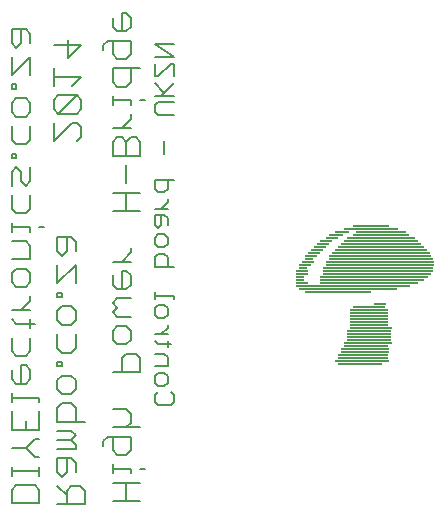
<source format=gbo>
G75*
G70*
%OFA0B0*%
%FSLAX24Y24*%
%IPPOS*%
%LPD*%
%AMOC8*
5,1,8,0,0,1.08239X$1,22.5*
%
%ADD10C,0.0080*%
%ADD11C,0.0060*%
%ADD12R,0.1500X0.0100*%
%ADD13R,0.1800X0.0100*%
%ADD14R,0.1700X0.0100*%
%ADD15R,0.1600X0.0100*%
%ADD16R,0.1400X0.0100*%
%ADD17R,0.1300X0.0100*%
%ADD18R,0.1100X0.0100*%
%ADD19R,0.0400X0.0100*%
%ADD20R,0.2200X0.0100*%
%ADD21R,0.3300X0.0100*%
%ADD22R,0.3800X0.0100*%
%ADD23R,0.0300X0.0100*%
%ADD24R,0.3500X0.0100*%
%ADD25R,0.3600X0.0100*%
%ADD26R,0.3700X0.0100*%
%ADD27R,0.3400X0.0100*%
%ADD28R,0.3100X0.0100*%
%ADD29R,0.2900X0.0100*%
%ADD30R,0.2700X0.0100*%
%ADD31R,0.2500X0.0100*%
%ADD32R,0.2300X0.0100*%
%ADD33R,0.0500X0.0100*%
%ADD34R,0.1900X0.0100*%
%ADD35R,0.1200X0.0100*%
D10*
X000912Y004306D02*
X000912Y004767D01*
X001065Y004920D01*
X001679Y004920D01*
X001833Y004767D01*
X001833Y004306D01*
X000912Y004306D01*
X000912Y005227D02*
X000912Y005534D01*
X000912Y005380D02*
X001833Y005380D01*
X001833Y005227D02*
X001833Y005534D01*
X001833Y005841D02*
X001679Y005841D01*
X001372Y006148D01*
X000912Y006148D01*
X001372Y006148D02*
X001679Y006455D01*
X001833Y006455D01*
X001833Y006762D02*
X000912Y006762D01*
X000912Y007376D01*
X000912Y007682D02*
X000912Y007989D01*
X000912Y007836D02*
X001833Y007836D01*
X001833Y007682D01*
X001833Y007376D02*
X001833Y006762D01*
X001372Y006762D02*
X001372Y007069D01*
X001372Y008296D02*
X001065Y008296D01*
X000912Y008450D01*
X000912Y008757D01*
X001219Y008910D02*
X001219Y008296D01*
X001372Y008296D02*
X001526Y008450D01*
X001526Y008757D01*
X001372Y008910D01*
X001219Y008910D01*
X001372Y009217D02*
X001065Y009217D01*
X000912Y009371D01*
X000912Y009831D01*
X001065Y010291D02*
X000912Y010445D01*
X001065Y010291D02*
X001679Y010291D01*
X001526Y010138D02*
X001526Y010445D01*
X001526Y010752D02*
X000912Y010752D01*
X001219Y010752D02*
X001526Y011059D01*
X001526Y011212D01*
X001372Y011519D02*
X001065Y011519D01*
X000912Y011673D01*
X000912Y011979D01*
X001065Y012133D01*
X001372Y012133D01*
X001526Y011979D01*
X001526Y011673D01*
X001372Y011519D01*
X001526Y012440D02*
X000912Y012440D01*
X000912Y013054D02*
X001372Y013054D01*
X001526Y012900D01*
X001526Y012440D01*
X001526Y013361D02*
X001526Y013514D01*
X000912Y013514D01*
X000912Y013361D02*
X000912Y013668D01*
X001065Y013974D02*
X000912Y014128D01*
X000912Y014588D01*
X000912Y014895D02*
X000912Y015356D01*
X001065Y015509D01*
X001219Y015356D01*
X001219Y015049D01*
X001372Y014895D01*
X001526Y015049D01*
X001526Y015509D01*
X001065Y015816D02*
X001065Y015970D01*
X000912Y015970D01*
X000912Y015816D01*
X001065Y015816D01*
X001065Y016276D02*
X000912Y016430D01*
X000912Y016890D01*
X001065Y017197D02*
X000912Y017351D01*
X000912Y017658D01*
X001065Y017811D01*
X001372Y017811D01*
X001526Y017658D01*
X001526Y017351D01*
X001372Y017197D01*
X001065Y017197D01*
X001526Y016890D02*
X001526Y016430D01*
X001372Y016276D01*
X001065Y016276D01*
X001526Y014588D02*
X001526Y014128D01*
X001372Y013974D01*
X001065Y013974D01*
X001833Y013514D02*
X001986Y013514D01*
X002432Y013173D02*
X002432Y012713D01*
X002585Y012559D01*
X002739Y012713D01*
X002739Y013173D01*
X002892Y013173D02*
X002432Y013173D01*
X002892Y013173D02*
X003046Y013020D01*
X003046Y012713D01*
X003046Y012252D02*
X002432Y011638D01*
X002432Y012252D01*
X003046Y012252D02*
X003046Y011638D01*
X002585Y011331D02*
X002585Y011178D01*
X002432Y011178D01*
X002432Y011331D01*
X002585Y011331D01*
X002585Y010871D02*
X002892Y010871D01*
X003046Y010718D01*
X003046Y010411D01*
X002892Y010257D01*
X002585Y010257D01*
X002432Y010411D01*
X002432Y010718D01*
X002585Y010871D01*
X002432Y009950D02*
X002432Y009490D01*
X002585Y009336D01*
X002892Y009336D01*
X003046Y009490D01*
X003046Y009950D01*
X002585Y009030D02*
X002432Y009030D01*
X002432Y008876D01*
X002585Y008876D01*
X002585Y009030D01*
X002585Y008569D02*
X002432Y008416D01*
X002432Y008109D01*
X002585Y007955D01*
X002892Y007955D01*
X003046Y008109D01*
X003046Y008416D01*
X002892Y008569D01*
X002585Y008569D01*
X002585Y007648D02*
X002432Y007495D01*
X002432Y007034D01*
X003353Y007034D01*
X003046Y007034D02*
X003046Y007495D01*
X002892Y007648D01*
X002585Y007648D01*
X002432Y006728D02*
X002892Y006728D01*
X003046Y006574D01*
X002892Y006421D01*
X002432Y006421D01*
X002432Y006114D02*
X003046Y006114D01*
X003046Y006267D01*
X002892Y006421D01*
X002892Y005807D02*
X002432Y005807D01*
X002432Y005346D01*
X002585Y005193D01*
X002739Y005346D01*
X002739Y005807D01*
X002892Y005807D02*
X003046Y005653D01*
X003046Y005346D01*
X003199Y004886D02*
X002892Y004886D01*
X002739Y004733D01*
X002739Y004272D01*
X002739Y004579D02*
X002432Y004886D01*
X002432Y004272D02*
X003353Y004272D01*
X003353Y004733D01*
X003199Y004886D01*
X003965Y006227D02*
X003965Y006381D01*
X004118Y006534D01*
X004886Y006534D01*
X004886Y006074D01*
X004732Y005920D01*
X004425Y005920D01*
X004272Y006074D01*
X004272Y006534D01*
X004272Y006841D02*
X005193Y006841D01*
X004886Y006995D02*
X004886Y007302D01*
X004732Y007455D01*
X004272Y007455D01*
X004732Y006841D02*
X004886Y006995D01*
X004272Y005614D02*
X004272Y005307D01*
X004272Y005460D02*
X004886Y005460D01*
X004886Y005307D01*
X005193Y005460D02*
X005346Y005460D01*
X005193Y005000D02*
X004272Y005000D01*
X004272Y004386D02*
X005193Y004386D01*
X004732Y004386D02*
X004732Y005000D01*
X004579Y008683D02*
X004579Y009143D01*
X004732Y009297D01*
X005039Y009297D01*
X005193Y009143D01*
X005193Y008683D01*
X004272Y008683D01*
X004425Y009604D02*
X004272Y009757D01*
X004272Y010064D01*
X004425Y010217D01*
X004732Y010217D01*
X004886Y010064D01*
X004886Y009757D01*
X004732Y009604D01*
X004425Y009604D01*
X004425Y010524D02*
X004272Y010678D01*
X004425Y010831D01*
X004272Y010985D01*
X004425Y011138D01*
X004886Y011138D01*
X004732Y011445D02*
X004886Y011599D01*
X004886Y011906D01*
X004732Y012059D01*
X004579Y012059D01*
X004579Y011445D01*
X004732Y011445D02*
X004425Y011445D01*
X004272Y011599D01*
X004272Y011906D01*
X004272Y012366D02*
X004886Y012366D01*
X004886Y012673D02*
X004886Y012826D01*
X004886Y012673D02*
X004579Y012366D01*
X004732Y014054D02*
X004732Y014668D01*
X004732Y014975D02*
X004732Y015589D01*
X004732Y015896D02*
X004732Y016356D01*
X004579Y016510D01*
X004425Y016510D01*
X004272Y016356D01*
X004272Y015896D01*
X005193Y015896D01*
X005193Y016356D01*
X005039Y016510D01*
X004886Y016510D01*
X004732Y016356D01*
X004579Y016816D02*
X004886Y017123D01*
X004886Y017277D01*
X004886Y016816D02*
X004272Y016816D01*
X004272Y017584D02*
X004272Y017891D01*
X004272Y017737D02*
X004886Y017737D01*
X004886Y017584D01*
X005193Y017737D02*
X005346Y017737D01*
X004732Y018198D02*
X004886Y018351D01*
X004886Y018811D01*
X005193Y018811D02*
X004272Y018811D01*
X004272Y018351D01*
X004425Y018198D01*
X004732Y018198D01*
X004732Y019118D02*
X004425Y019118D01*
X004272Y019272D01*
X004272Y019732D01*
X004118Y019732D02*
X004886Y019732D01*
X004886Y019272D01*
X004732Y019118D01*
X004118Y019732D02*
X003965Y019579D01*
X003965Y019425D01*
X004425Y020039D02*
X004732Y020039D01*
X004886Y020193D01*
X004886Y020500D01*
X004732Y020653D01*
X004579Y020653D01*
X004579Y020039D01*
X004425Y020039D02*
X004272Y020193D01*
X004272Y020500D01*
X003233Y019600D02*
X002772Y019139D01*
X002772Y019753D01*
X002312Y019600D02*
X003233Y019600D01*
X003233Y018525D02*
X002312Y018525D01*
X002312Y018218D02*
X002312Y018832D01*
X002926Y018218D02*
X003233Y018525D01*
X003079Y017911D02*
X002465Y017298D01*
X002312Y017451D01*
X002312Y017758D01*
X002465Y017911D01*
X003079Y017911D01*
X003233Y017758D01*
X003233Y017451D01*
X003079Y017298D01*
X002465Y017298D01*
X002312Y016991D02*
X002312Y016377D01*
X002926Y016991D01*
X003079Y016991D01*
X003233Y016837D01*
X003233Y016530D01*
X003079Y016377D01*
X004272Y014668D02*
X005193Y014668D01*
X005193Y014054D02*
X004272Y014054D01*
X004425Y010524D02*
X004886Y010524D01*
X001526Y009831D02*
X001526Y009371D01*
X001372Y009217D01*
X001065Y018118D02*
X000912Y018118D01*
X000912Y018271D01*
X001065Y018271D01*
X001065Y018118D01*
X000912Y018578D02*
X000912Y019192D01*
X001065Y019499D02*
X000912Y019653D01*
X000912Y020113D01*
X001372Y020113D01*
X001526Y019960D01*
X001526Y019653D01*
X001219Y019653D02*
X001219Y020113D01*
X001219Y019653D02*
X001065Y019499D01*
X001526Y019192D02*
X000912Y018578D01*
X001526Y018578D02*
X001526Y019192D01*
D11*
X005682Y019185D02*
X006322Y019185D01*
X005682Y019612D01*
X006322Y019612D01*
X006322Y018968D02*
X006216Y018968D01*
X005789Y018541D01*
X005682Y018541D01*
X005682Y018968D01*
X006322Y018968D02*
X006322Y018541D01*
X006322Y018323D02*
X005895Y017896D01*
X006002Y018003D02*
X005682Y018323D01*
X005682Y017896D02*
X006322Y017896D01*
X006322Y017679D02*
X005789Y017679D01*
X005682Y017572D01*
X005682Y017359D01*
X005789Y017252D01*
X006322Y017252D01*
X006002Y016390D02*
X006002Y015963D01*
X006109Y015101D02*
X006109Y014780D01*
X006002Y014674D01*
X005789Y014674D01*
X005682Y014780D01*
X005682Y015101D01*
X006322Y015101D01*
X006109Y014457D02*
X006109Y014350D01*
X005895Y014136D01*
X005682Y014136D02*
X006109Y014136D01*
X006002Y013919D02*
X006109Y013812D01*
X006109Y013599D01*
X005895Y013599D02*
X005895Y013919D01*
X006002Y013919D02*
X005682Y013919D01*
X005682Y013599D01*
X005789Y013492D01*
X005895Y013599D01*
X005789Y013274D02*
X006002Y013274D01*
X006109Y013168D01*
X006109Y012954D01*
X006002Y012847D01*
X005789Y012847D01*
X005682Y012954D01*
X005682Y013168D01*
X005789Y013274D01*
X005789Y012630D02*
X006002Y012630D01*
X006109Y012523D01*
X006109Y012203D01*
X006322Y012203D02*
X005682Y012203D01*
X005682Y012523D01*
X005789Y012630D01*
X005682Y011342D02*
X005682Y011129D01*
X005682Y011235D02*
X006322Y011235D01*
X006322Y011129D01*
X006002Y010911D02*
X006109Y010804D01*
X006109Y010591D01*
X006002Y010484D01*
X005789Y010484D01*
X005682Y010591D01*
X005682Y010804D01*
X005789Y010911D01*
X006002Y010911D01*
X006109Y010267D02*
X006109Y010160D01*
X005895Y009947D01*
X005682Y009947D02*
X006109Y009947D01*
X006109Y009731D02*
X006109Y009517D01*
X006216Y009624D02*
X005789Y009624D01*
X005682Y009731D01*
X005682Y009300D02*
X006002Y009300D01*
X006109Y009193D01*
X006109Y008873D01*
X005682Y008873D01*
X005789Y008655D02*
X006002Y008655D01*
X006109Y008548D01*
X006109Y008335D01*
X006002Y008228D01*
X005789Y008228D01*
X005682Y008335D01*
X005682Y008548D01*
X005789Y008655D01*
X005789Y008011D02*
X005682Y007904D01*
X005682Y007690D01*
X005789Y007584D01*
X006216Y007584D01*
X006322Y007690D01*
X006322Y007904D01*
X006216Y008011D01*
D12*
X012532Y008960D03*
X012732Y009560D03*
X012832Y009760D03*
X012832Y009860D03*
X012832Y009960D03*
X012832Y010060D03*
D13*
X012582Y009060D03*
X012882Y013460D03*
D14*
X013232Y013360D03*
X012632Y009260D03*
X012632Y009160D03*
D15*
X012682Y009360D03*
X012682Y009460D03*
X012782Y009660D03*
D16*
X012882Y010160D03*
D17*
X012832Y010260D03*
X012832Y010360D03*
X012832Y010460D03*
X012832Y010560D03*
X012832Y010660D03*
X012832Y010760D03*
D18*
X012832Y010860D03*
D19*
X013182Y010960D03*
X011582Y013160D03*
X011382Y013060D03*
X011282Y012960D03*
X011182Y012860D03*
X011082Y012760D03*
X010982Y012660D03*
X010882Y012560D03*
X010782Y012360D03*
X010682Y012260D03*
X010582Y012060D03*
X010582Y011960D03*
X010582Y011660D03*
D20*
X011782Y011360D03*
D21*
X012132Y011460D03*
X012832Y011660D03*
X013232Y012660D03*
D22*
X012282Y011560D03*
D23*
X010832Y012460D03*
X010632Y012160D03*
X010532Y011860D03*
X010532Y011760D03*
D24*
X012932Y011760D03*
X013232Y012460D03*
D25*
X013182Y012360D03*
X013182Y012260D03*
X013082Y011960D03*
X012982Y011860D03*
D26*
X013132Y012060D03*
X013132Y012160D03*
D27*
X013182Y012560D03*
D28*
X013232Y012760D03*
D29*
X013232Y012860D03*
D30*
X013232Y012960D03*
D31*
X013232Y013060D03*
D32*
X013232Y013160D03*
D33*
X011932Y013360D03*
X011732Y013260D03*
D34*
X013232Y013260D03*
D35*
X012882Y013560D03*
M02*

</source>
